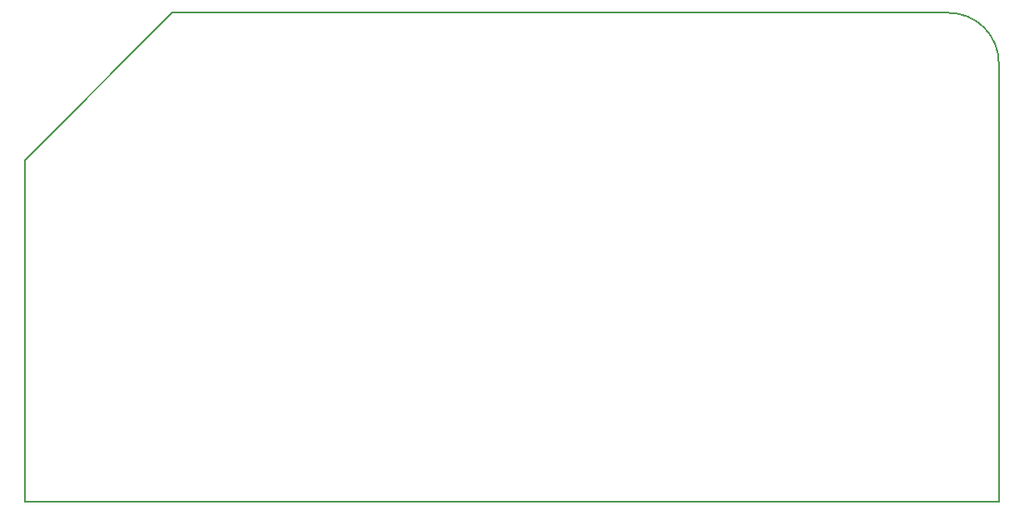
<source format=gm1>
G04 #@! TF.FileFunction,Profile,NP*
%FSLAX46Y46*%
G04 Gerber Fmt 4.6, Leading zero omitted, Abs format (unit mm)*
G04 Created by KiCad (PCBNEW 4.0.5) date Mon Apr 20 22:21:36 2020*
%MOMM*%
%LPD*%
G01*
G04 APERTURE LIST*
%ADD10C,0.100000*%
%ADD11C,0.150000*%
G04 APERTURE END LIST*
D10*
D11*
X103910000Y-88570000D02*
X88900000Y-103580000D01*
X182900000Y-88570000D02*
X103910000Y-88570000D01*
X188000000Y-93670000D02*
G75*
G03X182900000Y-88570000I-5100000J0D01*
G01*
X188000000Y-93670000D02*
X188000000Y-138430000D01*
X88900000Y-103580000D02*
X88900000Y-138430000D01*
X188000000Y-138430000D02*
X88900000Y-138430000D01*
M02*

</source>
